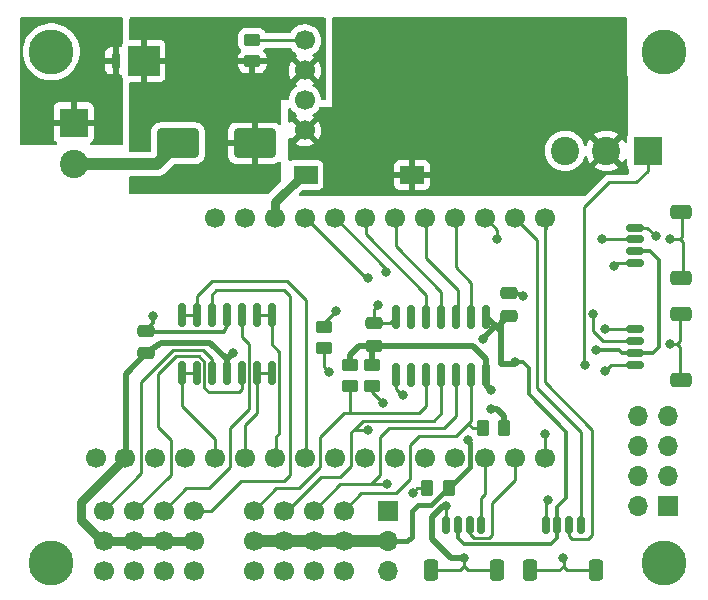
<source format=gbr>
%TF.GenerationSoftware,KiCad,Pcbnew,(6.0.8-1)-1*%
%TF.CreationDate,2022-12-25T14:42:34-06:00*%
%TF.ProjectId,M4_CAN_Feather_Carrier,4d345f43-414e-45f4-9665-61746865725f,rev?*%
%TF.SameCoordinates,Original*%
%TF.FileFunction,Copper,L1,Top*%
%TF.FilePolarity,Positive*%
%FSLAX46Y46*%
G04 Gerber Fmt 4.6, Leading zero omitted, Abs format (unit mm)*
G04 Created by KiCad (PCBNEW (6.0.8-1)-1) date 2022-12-25 14:42:34*
%MOMM*%
%LPD*%
G01*
G04 APERTURE LIST*
G04 Aperture macros list*
%AMRoundRect*
0 Rectangle with rounded corners*
0 $1 Rounding radius*
0 $2 $3 $4 $5 $6 $7 $8 $9 X,Y pos of 4 corners*
0 Add a 4 corners polygon primitive as box body*
4,1,4,$2,$3,$4,$5,$6,$7,$8,$9,$2,$3,0*
0 Add four circle primitives for the rounded corners*
1,1,$1+$1,$2,$3*
1,1,$1+$1,$4,$5*
1,1,$1+$1,$6,$7*
1,1,$1+$1,$8,$9*
0 Add four rect primitives between the rounded corners*
20,1,$1+$1,$2,$3,$4,$5,0*
20,1,$1+$1,$4,$5,$6,$7,0*
20,1,$1+$1,$6,$7,$8,$9,0*
20,1,$1+$1,$8,$9,$2,$3,0*%
G04 Aperture macros list end*
%TA.AperFunction,SMDPad,CuDef*%
%ADD10RoundRect,0.150000X0.625000X-0.150000X0.625000X0.150000X-0.625000X0.150000X-0.625000X-0.150000X0*%
%TD*%
%TA.AperFunction,SMDPad,CuDef*%
%ADD11RoundRect,0.250000X0.650000X-0.350000X0.650000X0.350000X-0.650000X0.350000X-0.650000X-0.350000X0*%
%TD*%
%TA.AperFunction,ComponentPad*%
%ADD12R,1.700000X1.700000*%
%TD*%
%TA.AperFunction,ComponentPad*%
%ADD13O,1.700000X1.700000*%
%TD*%
%TA.AperFunction,SMDPad,CuDef*%
%ADD14RoundRect,0.250000X1.500000X1.000000X-1.500000X1.000000X-1.500000X-1.000000X1.500000X-1.000000X0*%
%TD*%
%TA.AperFunction,ComponentPad*%
%ADD15C,3.800000*%
%TD*%
%TA.AperFunction,ComponentPad*%
%ADD16R,2.400000X2.400000*%
%TD*%
%TA.AperFunction,ComponentPad*%
%ADD17C,2.400000*%
%TD*%
%TA.AperFunction,SMDPad,CuDef*%
%ADD18R,2.670000X2.540000*%
%TD*%
%TA.AperFunction,SMDPad,CuDef*%
%ADD19R,0.760000X1.270000*%
%TD*%
%TA.AperFunction,SMDPad,CuDef*%
%ADD20RoundRect,0.150000X-0.150000X-0.625000X0.150000X-0.625000X0.150000X0.625000X-0.150000X0.625000X0*%
%TD*%
%TA.AperFunction,SMDPad,CuDef*%
%ADD21RoundRect,0.250000X-0.350000X-0.650000X0.350000X-0.650000X0.350000X0.650000X-0.350000X0.650000X0*%
%TD*%
%TA.AperFunction,SMDPad,CuDef*%
%ADD22RoundRect,0.250000X0.475000X-0.250000X0.475000X0.250000X-0.475000X0.250000X-0.475000X-0.250000X0*%
%TD*%
%TA.AperFunction,SMDPad,CuDef*%
%ADD23RoundRect,0.250000X0.450000X-0.262500X0.450000X0.262500X-0.450000X0.262500X-0.450000X-0.262500X0*%
%TD*%
%TA.AperFunction,ComponentPad*%
%ADD24C,1.700000*%
%TD*%
%TA.AperFunction,SMDPad,CuDef*%
%ADD25RoundRect,0.150000X-0.150000X0.825000X-0.150000X-0.825000X0.150000X-0.825000X0.150000X0.825000X0*%
%TD*%
%TA.AperFunction,SMDPad,CuDef*%
%ADD26RoundRect,0.250000X0.262500X0.450000X-0.262500X0.450000X-0.262500X-0.450000X0.262500X-0.450000X0*%
%TD*%
%TA.AperFunction,SMDPad,CuDef*%
%ADD27R,2.000000X1.500000*%
%TD*%
%TA.AperFunction,SMDPad,CuDef*%
%ADD28RoundRect,0.250000X-0.450000X0.262500X-0.450000X-0.262500X0.450000X-0.262500X0.450000X0.262500X0*%
%TD*%
%TA.AperFunction,SMDPad,CuDef*%
%ADD29RoundRect,0.150000X0.150000X-0.825000X0.150000X0.825000X-0.150000X0.825000X-0.150000X-0.825000X0*%
%TD*%
%TA.AperFunction,ViaPad*%
%ADD30C,0.800000*%
%TD*%
%TA.AperFunction,Conductor*%
%ADD31C,0.250000*%
%TD*%
%TA.AperFunction,Conductor*%
%ADD32C,0.350000*%
%TD*%
%TA.AperFunction,Conductor*%
%ADD33C,0.500000*%
%TD*%
%TA.AperFunction,Conductor*%
%ADD34C,1.000000*%
%TD*%
%TA.AperFunction,Conductor*%
%ADD35C,0.750000*%
%TD*%
%TA.AperFunction,Conductor*%
%ADD36C,0.400000*%
%TD*%
G04 APERTURE END LIST*
D10*
%TO.P,X3,1,GND*%
%TO.N,GND*%
X132620000Y-83796000D03*
%TO.P,X3,2,V+*%
%TO.N,+3.3V*%
X132620000Y-82796000D03*
%TO.P,X3,3,SDA*%
%TO.N,/SDA_2*%
X132620000Y-81796000D03*
%TO.P,X3,4,SCL*%
%TO.N,/SCL_2*%
X132620000Y-80796000D03*
D11*
%TO.P,X3,MP,MP*%
%TO.N,GND*%
X136495000Y-85096000D03*
X136495000Y-79496000D03*
%TD*%
D12*
%TO.P,J5,1,Pin_1*%
%TO.N,+3.3V*%
X111700000Y-104820000D03*
D13*
%TO.P,J5,2,Pin_2*%
%TO.N,VDD*%
X111700000Y-107360000D03*
%TO.P,J5,3,Pin_3*%
%TO.N,+5V*%
X111700000Y-109900000D03*
%TD*%
D14*
%TO.P,C1,1*%
%TO.N,+12V*%
X100405000Y-73660000D03*
%TO.P,C1,2*%
%TO.N,GND*%
X93905000Y-73660000D03*
%TD*%
D15*
%TO.P,H1,1,1*%
%TO.N,N/C*%
X135017000Y-109220000D03*
%TD*%
D16*
%TO.P,J2,1,Pin_1*%
%TO.N,/NEOPIXEL*%
X133675000Y-74295000D03*
D17*
%TO.P,J2,2,Pin_2*%
%TO.N,+5V*%
X130175000Y-74295000D03*
%TO.P,J2,3,Pin_3*%
%TO.N,GND*%
X126675000Y-74295000D03*
%TD*%
D18*
%TO.P,D1,1,C*%
%TO.N,+12V*%
X91001000Y-66675000D03*
D19*
%TO.P,D1,2,A*%
%TO.N,+BATT*%
X88646000Y-66675000D03*
%TD*%
D15*
%TO.P,H2,1,1*%
%TO.N,unconnected-(H2-Pad1)*%
X83185000Y-65913000D03*
%TD*%
D20*
%TO.P,X2,1,GND*%
%TO.N,GND*%
X116600000Y-105950000D03*
%TO.P,X2,2,V+*%
%TO.N,+3.3V*%
X117600000Y-105950000D03*
%TO.P,X2,3,SDA*%
%TO.N,/SDA_1*%
X118600000Y-105950000D03*
%TO.P,X2,4,SCL*%
%TO.N,/SCL_1*%
X119600000Y-105950000D03*
D21*
%TO.P,X2,MP,MP*%
%TO.N,GND*%
X115300000Y-109825000D03*
X120900000Y-109825000D03*
%TD*%
D22*
%TO.P,C4,1*%
%TO.N,+3.3V*%
X91186000Y-91440000D03*
%TO.P,C4,2*%
%TO.N,GND*%
X91186000Y-89540000D03*
%TD*%
D15*
%TO.P,H4,1,1*%
%TO.N,unconnected-(H4-Pad1)*%
X83185000Y-109220000D03*
%TD*%
%TO.P,H3,1,1*%
%TO.N,unconnected-(H3-Pad1)*%
X135017000Y-65913000D03*
%TD*%
D23*
%TO.P,R5,1*%
%TO.N,+12V*%
X100203000Y-66722000D03*
%TO.P,R5,2*%
%TO.N,Net-(R5-Pad2)*%
X100203000Y-64897000D03*
%TD*%
D24*
%TO.P,U1,1,EN*%
%TO.N,Net-(R5-Pad2)*%
X104648000Y-64936000D03*
%TO.P,U1,2,VIN*%
%TO.N,+12V*%
X104648000Y-67476000D03*
%TO.P,U1,3,GND*%
%TO.N,GND*%
X104648000Y-70016000D03*
%TO.P,U1,4,VOUT*%
%TO.N,+5V*%
X104648000Y-72556000D03*
%TD*%
D22*
%TO.P,C3,1*%
%TO.N,VDD*%
X110490000Y-90800000D03*
%TO.P,C3,2*%
%TO.N,GND*%
X110490000Y-88900000D03*
%TD*%
D24*
%TO.P,J3,1,S1*%
%TO.N,Net-(J3-Pad1)*%
X100310000Y-104775000D03*
%TO.P,J3,2,P1*%
%TO.N,VDD*%
X100310000Y-107315000D03*
%TO.P,J3,3,G1*%
%TO.N,GND*%
X100310000Y-109855000D03*
%TO.P,J3,4,S2*%
%TO.N,Net-(J3-Pad4)*%
X102850000Y-104775000D03*
%TO.P,J3,5,P2*%
%TO.N,VDD*%
X102850000Y-107315000D03*
%TO.P,J3,6,G2*%
%TO.N,GND*%
X102850000Y-109855000D03*
%TO.P,J3,7,S3*%
%TO.N,Net-(J3-Pad7)*%
X105390000Y-104775000D03*
%TO.P,J3,8,P3*%
%TO.N,VDD*%
X105390000Y-107315000D03*
%TO.P,J3,9,G3*%
%TO.N,GND*%
X105390000Y-109855000D03*
%TO.P,J3,10,S4*%
%TO.N,Net-(J3-Pad10)*%
X107930000Y-104775000D03*
%TO.P,J3,11,P4*%
%TO.N,VDD*%
X107930000Y-107315000D03*
%TO.P,J3,12,G4*%
%TO.N,GND*%
X107930000Y-109855000D03*
%TD*%
D25*
%TO.P,U3,1,VCCA*%
%TO.N,+3.3V*%
X120015000Y-88330000D03*
%TO.P,U3,2,A1*%
%TO.N,/DIO0*%
X118745000Y-88330000D03*
%TO.P,U3,3,A2*%
%TO.N,/DIO1*%
X117475000Y-88330000D03*
%TO.P,U3,4,A3*%
%TO.N,/DIO2*%
X116205000Y-88330000D03*
%TO.P,U3,5,A4*%
%TO.N,/DIO3*%
X114935000Y-88330000D03*
%TO.P,U3,6,NC*%
%TO.N,unconnected-(U3-Pad6)*%
X113665000Y-88330000D03*
%TO.P,U3,7,GND*%
%TO.N,GND*%
X112395000Y-88330000D03*
%TO.P,U3,8,OE*%
%TO.N,/LS_OE*%
X112395000Y-93280000D03*
%TO.P,U3,9,NC*%
%TO.N,unconnected-(U3-Pad9)*%
X113665000Y-93280000D03*
%TO.P,U3,10,B4*%
%TO.N,Net-(J3-Pad1)*%
X114935000Y-93280000D03*
%TO.P,U3,11,B3*%
%TO.N,Net-(J3-Pad4)*%
X116205000Y-93280000D03*
%TO.P,U3,12,B2*%
%TO.N,Net-(J3-Pad7)*%
X117475000Y-93280000D03*
%TO.P,U3,13,B1*%
%TO.N,Net-(J3-Pad10)*%
X118745000Y-93280000D03*
%TO.P,U3,14,VCCB*%
%TO.N,VDD*%
X120015000Y-93280000D03*
%TD*%
D22*
%TO.P,C2,1*%
%TO.N,+3.3V*%
X121920000Y-88265000D03*
%TO.P,C2,2*%
%TO.N,GND*%
X121920000Y-86365000D03*
%TD*%
D26*
%TO.P,R2,1*%
%TO.N,VDD*%
X116840000Y-102870000D03*
%TO.P,R2,2*%
%TO.N,Net-(J3-Pad7)*%
X115015000Y-102870000D03*
%TD*%
D10*
%TO.P,X4,1,GND*%
%TO.N,GND*%
X132620000Y-92426000D03*
%TO.P,X4,2,V+*%
%TO.N,+3.3V*%
X132620000Y-91426000D03*
%TO.P,X4,3,SDA*%
%TO.N,/SDA_3*%
X132620000Y-90426000D03*
%TO.P,X4,4,SCL*%
%TO.N,/SCL_3*%
X132620000Y-89426000D03*
D11*
%TO.P,X4,MP,MP*%
%TO.N,GND*%
X136495000Y-88126000D03*
X136495000Y-93726000D03*
%TD*%
D27*
%TO.P,SW1,1,A*%
%TO.N,Net-(SW1-Pad1)*%
X104720000Y-76327000D03*
%TO.P,SW1,2,B*%
%TO.N,+5V*%
X113720000Y-76327000D03*
%TD*%
D24*
%TO.P,J7,1,S1*%
%TO.N,Net-(J7-Pad1)*%
X87630000Y-104775000D03*
%TO.P,J7,2,P1*%
%TO.N,+3.3V*%
X87630000Y-107315000D03*
%TO.P,J7,3,G1*%
%TO.N,GND*%
X87630000Y-109855000D03*
%TO.P,J7,4,S2*%
%TO.N,Net-(J7-Pad4)*%
X90170000Y-104775000D03*
%TO.P,J7,5,P2*%
%TO.N,+3.3V*%
X90170000Y-107315000D03*
%TO.P,J7,6,G2*%
%TO.N,GND*%
X90170000Y-109855000D03*
%TO.P,J7,7,S3*%
%TO.N,Net-(J7-Pad7)*%
X92710000Y-104775000D03*
%TO.P,J7,8,P3*%
%TO.N,+3.3V*%
X92710000Y-107315000D03*
%TO.P,J7,9,G3*%
%TO.N,GND*%
X92710000Y-109855000D03*
%TO.P,J7,10,S4*%
%TO.N,Net-(J7-Pad10)*%
X95250000Y-104775000D03*
%TO.P,J7,11,P4*%
%TO.N,+3.3V*%
X95250000Y-107315000D03*
%TO.P,J7,12,G4*%
%TO.N,GND*%
X95250000Y-109855000D03*
%TD*%
D28*
%TO.P,R4,1*%
%TO.N,VDD*%
X108458000Y-92409000D03*
%TO.P,R4,2*%
%TO.N,Net-(J3-Pad1)*%
X108458000Y-94234000D03*
%TD*%
%TO.P,R3,1*%
%TO.N,VDD*%
X110363000Y-92409000D03*
%TO.P,R3,2*%
%TO.N,Net-(J3-Pad4)*%
X110363000Y-94234000D03*
%TD*%
D16*
%TO.P,J1,1,Pin_1*%
%TO.N,+BATT*%
X85090000Y-71910000D03*
D17*
%TO.P,J1,2,Pin_2*%
%TO.N,GND*%
X85090000Y-75410000D03*
%TD*%
D29*
%TO.P,U4,1*%
%TO.N,/A0*%
X94234000Y-93153000D03*
%TO.P,U4,2,-*%
X95504000Y-93153000D03*
%TO.P,U4,3,+*%
%TO.N,Net-(J7-Pad1)*%
X96774000Y-93153000D03*
%TO.P,U4,4,V+*%
%TO.N,+3.3V*%
X98044000Y-93153000D03*
%TO.P,U4,5,+*%
%TO.N,Net-(J7-Pad4)*%
X99314000Y-93153000D03*
%TO.P,U4,6,-*%
%TO.N,/A1*%
X100584000Y-93153000D03*
%TO.P,U4,7*%
X101854000Y-93153000D03*
%TO.P,U4,8*%
%TO.N,/A2*%
X101854000Y-88203000D03*
%TO.P,U4,9,-*%
X100584000Y-88203000D03*
%TO.P,U4,10,+*%
%TO.N,Net-(J7-Pad7)*%
X99314000Y-88203000D03*
%TO.P,U4,11,V-*%
%TO.N,GND*%
X98044000Y-88203000D03*
%TO.P,U4,12,+*%
%TO.N,Net-(J7-Pad10)*%
X96774000Y-88203000D03*
%TO.P,U4,13,-*%
%TO.N,/A3*%
X95504000Y-88203000D03*
%TO.P,U4,14*%
X94234000Y-88203000D03*
%TD*%
D24*
%TO.P,U2,1,RST*%
%TO.N,unconnected-(U2-Pad1)*%
X86930000Y-100330000D03*
%TO.P,U2,2,3V*%
%TO.N,+3.3V*%
X89440000Y-100330000D03*
%TO.P,U2,3,ARef*%
%TO.N,unconnected-(U2-Pad3)*%
X91980000Y-100330000D03*
%TO.P,U2,4,GND*%
%TO.N,GND*%
X94520000Y-100330000D03*
%TO.P,U2,5,A0*%
%TO.N,/A0*%
X97060000Y-100330000D03*
%TO.P,U2,6,A1*%
%TO.N,/A1*%
X99600000Y-100330000D03*
%TO.P,U2,7,A2*%
%TO.N,/A2*%
X102140000Y-100330000D03*
%TO.P,U2,8,A3*%
%TO.N,/A3*%
X104680000Y-100330000D03*
%TO.P,U2,9,A4*%
%TO.N,unconnected-(U2-Pad9)*%
X107220000Y-100330000D03*
%TO.P,U2,10,A5*%
%TO.N,/LS_OE*%
X109760000Y-100330000D03*
%TO.P,U2,11,SCK*%
%TO.N,/SCL_2*%
X112300000Y-100330000D03*
%TO.P,U2,12,MOSI*%
%TO.N,unconnected-(U2-Pad12)*%
X114840000Y-100330000D03*
%TO.P,U2,13,MISO*%
%TO.N,unconnected-(U2-Pad13)*%
X117380000Y-100330000D03*
%TO.P,U2,14,D0*%
%TO.N,/SCL_1*%
X119920000Y-100330000D03*
%TO.P,U2,15,D1*%
%TO.N,/SDA_1*%
X122460000Y-100330000D03*
%TO.P,U2,16,D4*%
%TO.N,/NEOPIXEL*%
X125000000Y-100330000D03*
%TO.P,U2,17,SDA*%
%TO.N,/SDA*%
X125000000Y-80010000D03*
%TO.P,U2,18,SCL*%
%TO.N,/SCL*%
X122460000Y-80010000D03*
%TO.P,U2,19,D5*%
%TO.N,/SDA_2*%
X119920000Y-80010000D03*
%TO.P,U2,20,D6*%
%TO.N,/DIO0*%
X117380000Y-80010000D03*
%TO.P,U2,21,D9*%
%TO.N,/DIO1*%
X114840000Y-80010000D03*
%TO.P,U2,22,D10*%
%TO.N,/DIO2*%
X112300000Y-80010000D03*
%TO.P,U2,23,D11*%
%TO.N,/DIO3*%
X109760000Y-80010000D03*
%TO.P,U2,24,D12*%
%TO.N,/SDA_3*%
X107220000Y-80010000D03*
%TO.P,U2,25,D13*%
%TO.N,/SCL_3*%
X104680000Y-80010000D03*
%TO.P,U2,26,VBUS*%
%TO.N,Net-(SW1-Pad1)*%
X102140000Y-80010000D03*
%TO.P,U2,27,EN*%
%TO.N,unconnected-(U2-Pad27)*%
X99600000Y-80010000D03*
%TO.P,U2,28,VBAT*%
%TO.N,unconnected-(U2-Pad28)*%
X97060000Y-80010000D03*
%TD*%
D20*
%TO.P,X1,1,GND*%
%TO.N,GND*%
X125033000Y-105950000D03*
%TO.P,X1,2,V+*%
%TO.N,+3.3V*%
X126033000Y-105950000D03*
%TO.P,X1,3,SDA*%
%TO.N,/SDA*%
X127033000Y-105950000D03*
%TO.P,X1,4,SCL*%
%TO.N,/SCL*%
X128033000Y-105950000D03*
D21*
%TO.P,X1,MP,MP*%
%TO.N,GND*%
X129333000Y-109825000D03*
X123733000Y-109825000D03*
%TD*%
D26*
%TO.P,R1,1*%
%TO.N,VDD*%
X121539000Y-97790000D03*
%TO.P,R1,2*%
%TO.N,Net-(J3-Pad10)*%
X119714000Y-97790000D03*
%TD*%
D23*
%TO.P,R6,1*%
%TO.N,/LS_OE*%
X106300000Y-91012500D03*
%TO.P,R6,2*%
%TO.N,GND*%
X106300000Y-89187500D03*
%TD*%
D12*
%TO.P,J4,1,Pin_1*%
%TO.N,VDD*%
X135375000Y-104340000D03*
D13*
%TO.P,J4,2,Pin_2*%
%TO.N,GND*%
X132835000Y-104340000D03*
%TO.P,J4,3,Pin_3*%
%TO.N,VDD*%
X135375000Y-101800000D03*
%TO.P,J4,4,Pin_4*%
%TO.N,GND*%
X132835000Y-101800000D03*
%TO.P,J4,5,Pin_5*%
%TO.N,VDD*%
X135375000Y-99260000D03*
%TO.P,J4,6,Pin_6*%
%TO.N,GND*%
X132835000Y-99260000D03*
%TO.P,J4,7,Pin_7*%
%TO.N,VDD*%
X135375000Y-96720000D03*
%TO.P,J4,8,Pin_8*%
%TO.N,GND*%
X132835000Y-96720000D03*
%TD*%
D30*
%TO.N,GND*%
X135546000Y-90678000D03*
X130810000Y-84074000D03*
X110871000Y-87376000D03*
X123100500Y-86614000D03*
X130048000Y-92964000D03*
X135546000Y-81788000D03*
X126533000Y-108800000D03*
X107300000Y-87900000D03*
X91821000Y-88265000D03*
X118100000Y-108800000D03*
X116600000Y-104394000D03*
X125263000Y-103886000D03*
%TO.N,/NEOPIXEL*%
X124968000Y-98298000D03*
X128353500Y-92456000D03*
%TO.N,+3.3V*%
X129286000Y-91186000D03*
X119700000Y-90200000D03*
X122428000Y-92202000D03*
X98600000Y-91400000D03*
%TO.N,/LS_OE*%
X106700000Y-93000000D03*
X113000000Y-95000000D03*
%TO.N,/SCL_2*%
X134366000Y-81534000D03*
%TO.N,/SDA_2*%
X129794000Y-81788000D03*
X120904000Y-81788000D03*
%TO.N,/SDA_3*%
X129032000Y-88138000D03*
X111506000Y-84582000D03*
%TO.N,/SCL_3*%
X109982000Y-85090000D03*
X130048000Y-89408000D03*
%TO.N,Net-(J3-Pad4)*%
X111252000Y-95631000D03*
X109982000Y-97917000D03*
%TO.N,Net-(J3-Pad7)*%
X113792000Y-103251000D03*
X111633000Y-102489000D03*
%TO.N,VDD*%
X120396000Y-96139000D03*
X118491000Y-98806000D03*
X120396000Y-94525500D03*
%TD*%
D31*
%TO.N,GND*%
X121920000Y-86365000D02*
X122851500Y-86365000D01*
X136144000Y-90678000D02*
X136398000Y-90424000D01*
X136398000Y-90424000D02*
X136398000Y-88223000D01*
X136398000Y-81788000D02*
X135546000Y-81788000D01*
X126559000Y-109500000D02*
X126559000Y-108826000D01*
D32*
X97790000Y-89662000D02*
X91186000Y-89662000D01*
D33*
X115400000Y-105300000D02*
X115400000Y-107200000D01*
D32*
X91821000Y-88265000D02*
X91821000Y-88905000D01*
D31*
X98044000Y-88203000D02*
X98044000Y-88579751D01*
X136600000Y-79300000D02*
X136600000Y-81586000D01*
D33*
X116600000Y-104394000D02*
X116306000Y-104394000D01*
D31*
X120900000Y-109825000D02*
X118451000Y-109825000D01*
X126500000Y-109500000D02*
X126559000Y-109500000D01*
D33*
X115400000Y-107200000D02*
X117000000Y-108800000D01*
D31*
X132620000Y-92426000D02*
X130586000Y-92426000D01*
X136600000Y-81586000D02*
X136398000Y-81788000D01*
D32*
X98044000Y-89154000D02*
X97790000Y-89662000D01*
D31*
X110490000Y-88900000D02*
X111825000Y-88900000D01*
X110490000Y-87757000D02*
X110871000Y-87376000D01*
X136144000Y-90678000D02*
X136398000Y-90932000D01*
X131088000Y-83796000D02*
X130810000Y-84074000D01*
D33*
X116306000Y-104394000D02*
X115400000Y-105300000D01*
D31*
X126559000Y-108826000D02*
X126533000Y-108800000D01*
X111825000Y-88900000D02*
X112395000Y-88330000D01*
D32*
X91821000Y-88905000D02*
X91186000Y-89540000D01*
D31*
X106300000Y-88900000D02*
X107300000Y-87900000D01*
D34*
X92155000Y-75410000D02*
X93905000Y-73660000D01*
D31*
X136398000Y-93629000D02*
X136495000Y-93726000D01*
X130586000Y-92426000D02*
X130048000Y-92964000D01*
X129333000Y-109825000D02*
X126884000Y-109825000D01*
X136144000Y-90678000D02*
X135546000Y-90678000D01*
X106300000Y-89187500D02*
X106300000Y-88900000D01*
X136652000Y-82042000D02*
X136398000Y-81788000D01*
X118451000Y-109825000D02*
X118100000Y-109474000D01*
D34*
X85090000Y-75410000D02*
X92155000Y-75410000D01*
D33*
X117000000Y-108800000D02*
X118100000Y-108800000D01*
D31*
X116600000Y-105950000D02*
X116600000Y-104394000D01*
X123733000Y-109825000D02*
X126182000Y-109825000D01*
X136398000Y-90932000D02*
X136398000Y-93629000D01*
X115300000Y-109825000D02*
X117749000Y-109825000D01*
X126182000Y-109818000D02*
X126500000Y-109500000D01*
X132620000Y-83796000D02*
X131088000Y-83796000D01*
X122851500Y-86365000D02*
X123100500Y-86614000D01*
D32*
X98044000Y-88579751D02*
X98044000Y-89154000D01*
D31*
X110490000Y-88900000D02*
X110490000Y-87757000D01*
X136398000Y-88223000D02*
X136495000Y-88126000D01*
X117749000Y-109825000D02*
X118100000Y-109474000D01*
X126559000Y-109500000D02*
X126884000Y-109825000D01*
X118100000Y-109474000D02*
X118100000Y-108800000D01*
X125033000Y-105950000D02*
X125033000Y-104116000D01*
X136652000Y-84848000D02*
X136652000Y-82042000D01*
X126182000Y-109825000D02*
X126182000Y-109818000D01*
%TO.N,/NEOPIXEL*%
X128307000Y-79084000D02*
X130429000Y-76962000D01*
X124968000Y-98298000D02*
X124968000Y-100268000D01*
X130429000Y-76962000D02*
X132715000Y-76962000D01*
X132715000Y-76962000D02*
X133675000Y-76002000D01*
X128353500Y-92456000D02*
X128307000Y-92409500D01*
X133675000Y-76002000D02*
X133675000Y-74295000D01*
X124968000Y-100268000D02*
X125030000Y-100330000D01*
X128307000Y-92409500D02*
X128307000Y-79084000D01*
D33*
%TO.N,+3.3V*%
X121285000Y-92329000D02*
X121285000Y-89600000D01*
D32*
X117600000Y-107100000D02*
X118100000Y-107600000D01*
D33*
X91186000Y-91440000D02*
X92456000Y-90551000D01*
D32*
X123600000Y-92700000D02*
X123102000Y-92202000D01*
D35*
X85725000Y-105537000D02*
X85725000Y-104045000D01*
D33*
X89470000Y-100330000D02*
X89470000Y-97220000D01*
X92456000Y-90551000D02*
X96647000Y-90551000D01*
D32*
X123102000Y-92202000D02*
X122428000Y-92202000D01*
D33*
X98052000Y-91948000D02*
X98600000Y-91400000D01*
D32*
X126033000Y-107067000D02*
X126033000Y-105950000D01*
D33*
X121285000Y-89600000D02*
X120892500Y-89207500D01*
D35*
X87503000Y-107315000D02*
X85725000Y-105537000D01*
D33*
X96647000Y-90551000D02*
X98044000Y-91948000D01*
D35*
X85725000Y-104045000D02*
X89440000Y-100330000D01*
D32*
X126800000Y-98100000D02*
X123600000Y-94900000D01*
D33*
X98044000Y-91948000D02*
X98044000Y-93153000D01*
D32*
X131507000Y-91426000D02*
X131267000Y-91186000D01*
X125500000Y-107600000D02*
X126033000Y-107067000D01*
D33*
X89470000Y-97220000D02*
X89535000Y-93218000D01*
X122301000Y-92329000D02*
X122428000Y-92202000D01*
D32*
X126033000Y-105950000D02*
X126033000Y-104467000D01*
D33*
X98044000Y-91948000D02*
X98052000Y-91948000D01*
D32*
X117600000Y-105950000D02*
X117600000Y-107100000D01*
D35*
X95250000Y-107315000D02*
X87630000Y-107315000D01*
D32*
X134112000Y-91440000D02*
X132634000Y-91440000D01*
D31*
X132634000Y-91440000D02*
X132620000Y-91426000D01*
D33*
X120692500Y-89207500D02*
X120892500Y-89207500D01*
X89535000Y-93218000D02*
X91186000Y-91440000D01*
D32*
X131267000Y-91186000D02*
X129286000Y-91186000D01*
D33*
X121285000Y-89600000D02*
X121285000Y-88900000D01*
X121285000Y-92329000D02*
X122301000Y-92329000D01*
X120892500Y-89207500D02*
X120015000Y-88330000D01*
D32*
X134620000Y-90932000D02*
X134112000Y-91440000D01*
D33*
X87630000Y-107315000D02*
X87503000Y-107315000D01*
D32*
X118100000Y-107600000D02*
X125500000Y-107600000D01*
X123600000Y-94900000D02*
X123600000Y-92700000D01*
X126800000Y-103700000D02*
X126800000Y-98100000D01*
X131507000Y-91426000D02*
X132620000Y-91426000D01*
D33*
X121285000Y-88900000D02*
X121920000Y-88265000D01*
X119700000Y-90200000D02*
X120692500Y-89207500D01*
D32*
X134620000Y-83566000D02*
X134620000Y-90932000D01*
X126033000Y-104467000D02*
X126800000Y-103700000D01*
X132620000Y-82804000D02*
X133856000Y-82804000D01*
X133858000Y-82804000D02*
X134620000Y-83566000D01*
D31*
%TO.N,/SDA*%
X125000000Y-93900000D02*
X125000000Y-80010000D01*
X125030000Y-80834000D02*
X125095000Y-80899000D01*
X127033000Y-105950000D02*
X127033000Y-106933000D01*
X129000000Y-106800000D02*
X129000000Y-97900000D01*
X129000000Y-97900000D02*
X125000000Y-93900000D01*
X127300000Y-107200000D02*
X128600000Y-107200000D01*
X127033000Y-106933000D02*
X127300000Y-107200000D01*
X125095000Y-80741000D02*
X125095000Y-80899000D01*
X125030000Y-80010000D02*
X125030000Y-80834000D01*
X128600000Y-107200000D02*
X129000000Y-106800000D01*
%TO.N,/SCL*%
X128033000Y-98133000D02*
X128033000Y-105950000D01*
X124300000Y-81850000D02*
X124300000Y-94400000D01*
X122460000Y-80010000D02*
X124300000Y-81850000D01*
X124300000Y-94400000D02*
X128033000Y-98133000D01*
%TO.N,/SDA_1*%
X120500000Y-104100000D02*
X122460000Y-102140000D01*
X120200000Y-107100000D02*
X120500000Y-106800000D01*
X119000000Y-107100000D02*
X120200000Y-107100000D01*
X122460000Y-102140000D02*
X122460000Y-100330000D01*
X120500000Y-106800000D02*
X120500000Y-104100000D01*
X118600000Y-105950000D02*
X118600000Y-106700000D01*
X118600000Y-106700000D02*
X119000000Y-107100000D01*
%TO.N,/SCL_1*%
X119600000Y-103700000D02*
X119600000Y-105950000D01*
X119920000Y-103380000D02*
X119600000Y-103700000D01*
X119920000Y-100330000D02*
X119920000Y-103380000D01*
%TO.N,/A0*%
X94234000Y-95885000D02*
X94234000Y-93153000D01*
X94234000Y-93153000D02*
X95504000Y-93153000D01*
X97060000Y-100330000D02*
X97060000Y-98711000D01*
X97060000Y-98711000D02*
X94234000Y-95885000D01*
%TO.N,/A1*%
X100584000Y-96520000D02*
X100584000Y-93153000D01*
X99600000Y-100330000D02*
X99600000Y-97504000D01*
X99600000Y-97504000D02*
X100584000Y-96520000D01*
X100584000Y-93153000D02*
X101854000Y-93153000D01*
%TO.N,/A2*%
X101854000Y-90678000D02*
X101854000Y-88203000D01*
X100584000Y-88203000D02*
X101854000Y-88203000D01*
X102489000Y-91313000D02*
X101854000Y-90678000D01*
X102170000Y-98490000D02*
X102489000Y-98171000D01*
X102489000Y-98171000D02*
X102489000Y-91313000D01*
X102170000Y-100330000D02*
X102170000Y-98490000D01*
%TO.N,/A3*%
X94234000Y-88203000D02*
X95504000Y-88203000D01*
X95504000Y-88203000D02*
X95504000Y-86614000D01*
X95504000Y-86614000D02*
X96774000Y-85344000D01*
X104710000Y-86930000D02*
X104710000Y-100330000D01*
X103124000Y-85344000D02*
X104710000Y-86930000D01*
X96774000Y-85344000D02*
X103124000Y-85344000D01*
%TO.N,Net-(J3-Pad1)*%
X102215000Y-102870000D02*
X100310000Y-104775000D01*
X105918000Y-98552000D02*
X105918000Y-101092000D01*
X108458000Y-94234000D02*
X108458000Y-96520000D01*
X105918000Y-101092000D02*
X104140000Y-102870000D01*
X114300000Y-96520000D02*
X108458000Y-96520000D01*
X114935000Y-93280000D02*
X114935000Y-95885000D01*
X108458000Y-96520000D02*
X107950000Y-96520000D01*
X107950000Y-96520000D02*
X105918000Y-98552000D01*
X104140000Y-102870000D02*
X102215000Y-102870000D01*
X114935000Y-95885000D02*
X114300000Y-96520000D01*
%TO.N,/LS_OE*%
X113000000Y-95000000D02*
X112900000Y-95000000D01*
X106300000Y-92600000D02*
X106700000Y-93000000D01*
X112900000Y-95000000D02*
X112395000Y-94495000D01*
X106300000Y-91012500D02*
X106300000Y-92600000D01*
X112395000Y-94495000D02*
X112395000Y-93280000D01*
%TO.N,/SCL_2*%
X133628000Y-80796000D02*
X132620000Y-80796000D01*
X134366000Y-81534000D02*
X133628000Y-80796000D01*
%TO.N,/SDA_2*%
X120904000Y-80964000D02*
X119950000Y-80010000D01*
X132620000Y-81796000D02*
X129802000Y-81796000D01*
X120904000Y-81788000D02*
X120904000Y-80964000D01*
X129802000Y-81796000D02*
X129794000Y-81788000D01*
%TO.N,/SDA_3*%
X129923000Y-90426000D02*
X129032000Y-89535000D01*
X129032000Y-89535000D02*
X129032000Y-88138000D01*
X132620000Y-90426000D02*
X129923000Y-90426000D01*
X111506000Y-84266000D02*
X107250000Y-80010000D01*
X111506000Y-84582000D02*
X111506000Y-84266000D01*
%TO.N,/SCL_3*%
X130048000Y-89408000D02*
X132602000Y-89408000D01*
X104710000Y-80010000D02*
X109790000Y-85090000D01*
X109790000Y-85090000D02*
X109982000Y-85090000D01*
X132602000Y-89408000D02*
X132620000Y-89426000D01*
%TO.N,/DIO0*%
X118745000Y-88330000D02*
X118745000Y-85471000D01*
X117410000Y-84136000D02*
X117410000Y-80010000D01*
X118745000Y-85471000D02*
X117410000Y-84136000D01*
%TO.N,/DIO1*%
X114870000Y-83374000D02*
X114870000Y-80010000D01*
X117602000Y-88203000D02*
X117602000Y-86106000D01*
X117602000Y-86106000D02*
X114870000Y-83374000D01*
X117475000Y-88330000D02*
X117602000Y-88203000D01*
%TO.N,/DIO2*%
X116205000Y-88330000D02*
X116205000Y-86233000D01*
X116205000Y-86233000D02*
X112330000Y-82358000D01*
X112330000Y-82358000D02*
X112330000Y-80010000D01*
%TO.N,/DIO3*%
X109790000Y-81342000D02*
X114935000Y-86487000D01*
X109790000Y-80010000D02*
X109790000Y-81342000D01*
X114935000Y-86487000D02*
X114935000Y-88330000D01*
%TO.N,Net-(J3-Pad4)*%
X110363000Y-94742000D02*
X111252000Y-95631000D01*
X108585000Y-98107500D02*
X108585000Y-100965000D01*
X109537500Y-97155000D02*
X108870750Y-97821750D01*
X109982000Y-97917000D02*
X108966000Y-97917000D01*
X105999000Y-101900000D02*
X103124000Y-104775000D01*
X103124000Y-104775000D02*
X102850000Y-104775000D01*
X115570000Y-97155000D02*
X109537500Y-97155000D01*
X108585000Y-100965000D02*
X107650000Y-101900000D01*
X116205000Y-93280000D02*
X116205000Y-96520000D01*
X108966000Y-97917000D02*
X108870750Y-97821750D01*
X110363000Y-94234000D02*
X110363000Y-94742000D01*
X107650000Y-101900000D02*
X105999000Y-101900000D01*
X116205000Y-96520000D02*
X115570000Y-97155000D01*
X108870750Y-97821750D02*
X108585000Y-98107500D01*
%TO.N,Net-(J3-Pad7)*%
X117475000Y-93280000D02*
X117475000Y-96774000D01*
X110225000Y-102500000D02*
X107665000Y-102500000D01*
X116459000Y-97790000D02*
X111760000Y-97790000D01*
X110363000Y-102489000D02*
X110299500Y-102425500D01*
X117475000Y-96774000D02*
X116459000Y-97790000D01*
X111760000Y-97790000D02*
X110998000Y-98552000D01*
X115015000Y-102870000D02*
X114173000Y-102870000D01*
X107665000Y-102500000D02*
X105390000Y-104775000D01*
X114173000Y-102870000D02*
X113792000Y-103251000D01*
X111633000Y-102489000D02*
X110363000Y-102489000D01*
X110998000Y-101727000D02*
X110299500Y-102425500D01*
X110998000Y-98552000D02*
X110998000Y-101727000D01*
X110299500Y-102425500D02*
X110225000Y-102500000D01*
%TO.N,Net-(J3-Pad10)*%
X112346000Y-103300000D02*
X113538000Y-102108000D01*
X109405000Y-103300000D02*
X112346000Y-103300000D01*
X114300000Y-98425000D02*
X117475000Y-98425000D01*
X107930000Y-104775000D02*
X109405000Y-103300000D01*
X117475000Y-98425000D02*
X118491000Y-97409000D01*
X113538000Y-102108000D02*
X113538000Y-99187000D01*
X119714000Y-97790000D02*
X118872000Y-97790000D01*
X118745000Y-97155000D02*
X118745000Y-93280000D01*
X118491000Y-97409000D02*
X118745000Y-97155000D01*
X118872000Y-97790000D02*
X118491000Y-97409000D01*
X113538000Y-99187000D02*
X114300000Y-98425000D01*
%TO.N,Net-(J7-Pad1)*%
X93472000Y-91186000D02*
X96012000Y-91186000D01*
X96774000Y-91948000D02*
X96774000Y-93153000D01*
X87630000Y-104775000D02*
X90805000Y-101600000D01*
X90805000Y-93853000D02*
X93472000Y-91186000D01*
X90805000Y-101600000D02*
X90805000Y-93853000D01*
X96012000Y-91186000D02*
X96774000Y-91948000D01*
%TO.N,Net-(J7-Pad4)*%
X96520000Y-94742000D02*
X96139000Y-94361000D01*
X99060000Y-94742000D02*
X96520000Y-94742000D01*
X92202000Y-97663000D02*
X93345000Y-98806000D01*
X99314000Y-93153000D02*
X99314000Y-94488000D01*
X93345000Y-101727000D02*
X90170000Y-104775000D01*
X95700751Y-91703000D02*
X93717000Y-91703000D01*
X96139000Y-92141249D02*
X95700751Y-91703000D01*
X92202000Y-93218000D02*
X92202000Y-97663000D01*
X96139000Y-94361000D02*
X96139000Y-92141249D01*
X93345000Y-98806000D02*
X93345000Y-101727000D01*
X93717000Y-91703000D02*
X92202000Y-93218000D01*
X99314000Y-94488000D02*
X99060000Y-94742000D01*
%TO.N,Net-(J7-Pad7)*%
X96520000Y-102870000D02*
X98298000Y-101092000D01*
X98298000Y-101092000D02*
X98298000Y-97790000D01*
X99314000Y-90043000D02*
X99314000Y-88203000D01*
X99949000Y-90678000D02*
X99314000Y-90043000D01*
X92710000Y-104775000D02*
X94615000Y-102870000D01*
X94615000Y-102870000D02*
X96520000Y-102870000D01*
X99949000Y-96139000D02*
X99949000Y-90678000D01*
X98298000Y-97790000D02*
X99949000Y-96139000D01*
%TO.N,Net-(J7-Pad10)*%
X102844718Y-102260282D02*
X99239718Y-102260282D01*
X103378000Y-86614000D02*
X103378000Y-101727000D01*
X96725000Y-104775000D02*
X95250000Y-104775000D01*
X99239718Y-102260282D02*
X96725000Y-104775000D01*
X96774000Y-88203000D02*
X96774000Y-86487000D01*
X103378000Y-101727000D02*
X102844718Y-102260282D01*
X96774000Y-86487000D02*
X97155000Y-86106000D01*
X97155000Y-86106000D02*
X102870000Y-86106000D01*
X102870000Y-86106000D02*
X103378000Y-86614000D01*
%TO.N,Net-(R5-Pad2)*%
X100242000Y-64936000D02*
X104648000Y-64936000D01*
X100203000Y-64897000D02*
X100242000Y-64936000D01*
D35*
%TO.N,Net-(SW1-Pad1)*%
X102140000Y-78657000D02*
X102140000Y-80010000D01*
D36*
X104720000Y-76327000D02*
X104470000Y-76327000D01*
D35*
X104470000Y-76327000D02*
X102140000Y-78657000D01*
D32*
%TO.N,VDD*%
X118494000Y-98806000D02*
X118491000Y-98806000D01*
D33*
X120015000Y-94144500D02*
X120396000Y-94525500D01*
D36*
X118600000Y-101110000D02*
X116840000Y-102870000D01*
X113700000Y-104800000D02*
X113700000Y-107000000D01*
D33*
X121539000Y-96774000D02*
X121539000Y-97790000D01*
D36*
X113700000Y-107000000D02*
X113340000Y-107360000D01*
X116730000Y-102870000D02*
X115300000Y-104300000D01*
X115300000Y-104300000D02*
X114200000Y-104300000D01*
D32*
X118600000Y-101100000D02*
X118600000Y-101110000D01*
D33*
X120396000Y-96139000D02*
X120904000Y-96139000D01*
X120015000Y-93280000D02*
X120015000Y-94144500D01*
X118860000Y-90800000D02*
X110490000Y-90800000D01*
D36*
X114200000Y-104300000D02*
X113700000Y-104800000D01*
D34*
X111655000Y-107315000D02*
X100310000Y-107315000D01*
D31*
X116840000Y-102870000D02*
X116730000Y-102870000D01*
D33*
X110490000Y-90800000D02*
X109225000Y-90800000D01*
D34*
X111700000Y-107360000D02*
X111655000Y-107315000D01*
D33*
X120015000Y-91955000D02*
X118860000Y-90800000D01*
X120015000Y-93280000D02*
X120015000Y-91955000D01*
D36*
X118600000Y-101100000D02*
X118630000Y-101070000D01*
D33*
X120904000Y-96139000D02*
X121539000Y-96774000D01*
D31*
X110363000Y-90927000D02*
X110490000Y-90800000D01*
D33*
X109225000Y-90800000D02*
X108458000Y-91567000D01*
D36*
X113340000Y-107360000D02*
X111700000Y-107360000D01*
D33*
X110363000Y-92409000D02*
X110363000Y-90927000D01*
D36*
X118630000Y-101070000D02*
X118630000Y-99045000D01*
D33*
X108458000Y-91567000D02*
X108458000Y-92409000D01*
%TD*%
%TA.AperFunction,Conductor*%
%TO.N,+12V*%
G36*
X106368121Y-63014502D02*
G01*
X106414614Y-63068158D01*
X106426000Y-63120500D01*
X106426000Y-69851000D01*
X106405998Y-69919121D01*
X106352342Y-69965614D01*
X106300000Y-69977000D01*
X106124016Y-69977000D01*
X106055895Y-69956998D01*
X106009402Y-69903342D01*
X105998440Y-69861325D01*
X105993276Y-69798521D01*
X105992852Y-69793361D01*
X105938431Y-69576702D01*
X105849354Y-69371840D01*
X105728014Y-69184277D01*
X105577670Y-69019051D01*
X105573619Y-69015852D01*
X105573615Y-69015848D01*
X105406414Y-68883800D01*
X105406410Y-68883798D01*
X105402359Y-68880598D01*
X105360569Y-68857529D01*
X105310598Y-68807097D01*
X105295826Y-68737654D01*
X105320942Y-68671248D01*
X105348293Y-68644642D01*
X105397247Y-68609723D01*
X105405648Y-68599023D01*
X105398660Y-68585870D01*
X104660812Y-67848022D01*
X104646868Y-67840408D01*
X104645035Y-67840539D01*
X104638420Y-67844790D01*
X103894737Y-68588473D01*
X103887977Y-68600853D01*
X103893258Y-68607907D01*
X103939969Y-68635203D01*
X103988693Y-68686841D01*
X104001764Y-68756624D01*
X103975033Y-68822396D01*
X103934584Y-68855752D01*
X103921607Y-68862507D01*
X103917474Y-68865610D01*
X103917471Y-68865612D01*
X103893247Y-68883800D01*
X103742965Y-68996635D01*
X103588629Y-69158138D01*
X103462743Y-69342680D01*
X103368688Y-69545305D01*
X103308989Y-69760570D01*
X103308440Y-69765707D01*
X103297894Y-69864389D01*
X103270766Y-69929999D01*
X103212474Y-69970527D01*
X103172607Y-69977000D01*
X102616000Y-69977000D01*
X102616000Y-71994868D01*
X102595998Y-72062989D01*
X102542342Y-72109482D01*
X102472068Y-72119586D01*
X102407488Y-72090092D01*
X102400982Y-72084041D01*
X102383171Y-72066261D01*
X102371760Y-72057249D01*
X102233757Y-71972184D01*
X102220576Y-71966037D01*
X102066290Y-71914862D01*
X102052914Y-71911995D01*
X101958562Y-71902328D01*
X101952145Y-71902000D01*
X100677115Y-71902000D01*
X100661876Y-71906475D01*
X100660671Y-71907865D01*
X100659000Y-71915548D01*
X100659000Y-75399884D01*
X100663475Y-75415123D01*
X100664865Y-75416328D01*
X100672548Y-75417999D01*
X101952095Y-75417999D01*
X101958614Y-75417662D01*
X102054206Y-75407743D01*
X102067600Y-75404851D01*
X102221784Y-75353412D01*
X102234962Y-75347239D01*
X102372807Y-75261937D01*
X102384208Y-75252901D01*
X102400827Y-75236253D01*
X102463110Y-75202174D01*
X102533930Y-75207177D01*
X102590802Y-75249674D01*
X102615671Y-75316173D01*
X102616000Y-75325271D01*
X102616000Y-76879353D01*
X102595998Y-76947474D01*
X102579101Y-76968442D01*
X101606445Y-77941097D01*
X101544135Y-77975121D01*
X101517352Y-77978000D01*
X89915000Y-77978000D01*
X89846879Y-77957998D01*
X89800386Y-77904342D01*
X89789000Y-77852000D01*
X89789000Y-76544500D01*
X89809002Y-76476379D01*
X89862658Y-76429886D01*
X89915000Y-76418500D01*
X92093157Y-76418500D01*
X92106764Y-76419237D01*
X92138262Y-76422659D01*
X92138267Y-76422659D01*
X92144388Y-76423324D01*
X92170638Y-76421027D01*
X92194388Y-76418950D01*
X92199214Y-76418621D01*
X92201686Y-76418500D01*
X92204769Y-76418500D01*
X92216738Y-76417326D01*
X92247506Y-76414310D01*
X92248819Y-76414188D01*
X92293084Y-76410315D01*
X92341413Y-76406087D01*
X92346532Y-76404600D01*
X92351833Y-76404080D01*
X92440834Y-76377209D01*
X92441967Y-76376874D01*
X92525414Y-76352630D01*
X92525418Y-76352628D01*
X92531336Y-76350909D01*
X92536068Y-76348456D01*
X92541169Y-76346916D01*
X92561619Y-76336043D01*
X92623260Y-76303269D01*
X92624426Y-76302657D01*
X92701453Y-76262729D01*
X92706926Y-76259892D01*
X92711089Y-76256569D01*
X92715796Y-76254066D01*
X92787918Y-76195245D01*
X92788774Y-76194554D01*
X92827973Y-76163262D01*
X92830477Y-76160758D01*
X92831195Y-76160116D01*
X92835528Y-76156415D01*
X92869062Y-76129065D01*
X92898288Y-76093737D01*
X92906277Y-76084958D01*
X93535830Y-75455405D01*
X93598142Y-75421379D01*
X93624925Y-75418500D01*
X95455400Y-75418500D01*
X95458646Y-75418163D01*
X95458650Y-75418163D01*
X95554308Y-75408238D01*
X95554312Y-75408237D01*
X95561166Y-75407526D01*
X95567702Y-75405345D01*
X95567704Y-75405345D01*
X95721998Y-75353868D01*
X95728946Y-75351550D01*
X95879348Y-75258478D01*
X96004305Y-75133303D01*
X96008569Y-75126385D01*
X96093275Y-74988968D01*
X96093276Y-74988966D01*
X96097115Y-74982738D01*
X96152797Y-74814861D01*
X96163500Y-74710400D01*
X96163500Y-74707095D01*
X98147001Y-74707095D01*
X98147338Y-74713614D01*
X98157257Y-74809206D01*
X98160149Y-74822600D01*
X98211588Y-74976784D01*
X98217761Y-74989962D01*
X98303063Y-75127807D01*
X98312099Y-75139208D01*
X98426829Y-75253739D01*
X98438240Y-75262751D01*
X98576243Y-75347816D01*
X98589424Y-75353963D01*
X98743710Y-75405138D01*
X98757086Y-75408005D01*
X98851438Y-75417672D01*
X98857854Y-75418000D01*
X100132885Y-75418000D01*
X100148124Y-75413525D01*
X100149329Y-75412135D01*
X100151000Y-75404452D01*
X100151000Y-73932115D01*
X100146525Y-73916876D01*
X100145135Y-73915671D01*
X100137452Y-73914000D01*
X98165116Y-73914000D01*
X98149877Y-73918475D01*
X98148672Y-73919865D01*
X98147001Y-73927548D01*
X98147001Y-74707095D01*
X96163500Y-74707095D01*
X96163500Y-73387885D01*
X98147000Y-73387885D01*
X98151475Y-73403124D01*
X98152865Y-73404329D01*
X98160548Y-73406000D01*
X100132885Y-73406000D01*
X100148124Y-73401525D01*
X100149329Y-73400135D01*
X100151000Y-73392452D01*
X100151000Y-71920116D01*
X100146525Y-71904877D01*
X100145135Y-71903672D01*
X100137452Y-71902001D01*
X98857905Y-71902001D01*
X98851386Y-71902338D01*
X98755794Y-71912257D01*
X98742400Y-71915149D01*
X98588216Y-71966588D01*
X98575038Y-71972761D01*
X98437193Y-72058063D01*
X98425792Y-72067099D01*
X98311261Y-72181829D01*
X98302249Y-72193240D01*
X98217184Y-72331243D01*
X98211037Y-72344424D01*
X98159862Y-72498710D01*
X98156995Y-72512086D01*
X98147328Y-72606438D01*
X98147000Y-72612855D01*
X98147000Y-73387885D01*
X96163500Y-73387885D01*
X96163500Y-72609600D01*
X96154483Y-72522695D01*
X96153238Y-72510692D01*
X96153237Y-72510688D01*
X96152526Y-72503834D01*
X96096550Y-72336054D01*
X96003478Y-72185652D01*
X95878303Y-72060695D01*
X95872072Y-72056854D01*
X95733968Y-71971725D01*
X95733966Y-71971724D01*
X95727738Y-71967885D01*
X95647995Y-71941436D01*
X95566389Y-71914368D01*
X95566387Y-71914368D01*
X95559861Y-71912203D01*
X95553025Y-71911503D01*
X95553022Y-71911502D01*
X95509969Y-71907091D01*
X95455400Y-71901500D01*
X92354600Y-71901500D01*
X92351354Y-71901837D01*
X92351350Y-71901837D01*
X92255692Y-71911762D01*
X92255688Y-71911763D01*
X92248834Y-71912474D01*
X92242298Y-71914655D01*
X92242296Y-71914655D01*
X92225928Y-71920116D01*
X92081054Y-71968450D01*
X91930652Y-72061522D01*
X91805695Y-72186697D01*
X91712885Y-72337262D01*
X91657203Y-72505139D01*
X91646500Y-72609600D01*
X91646500Y-74275500D01*
X91626498Y-74343621D01*
X91572842Y-74390114D01*
X91520500Y-74401500D01*
X89915000Y-74401500D01*
X89846879Y-74381498D01*
X89800386Y-74327842D01*
X89789000Y-74275500D01*
X89789000Y-68579000D01*
X89809002Y-68510879D01*
X89862658Y-68464386D01*
X89915000Y-68453000D01*
X90728885Y-68453000D01*
X90744124Y-68448525D01*
X90745329Y-68447135D01*
X90747000Y-68439452D01*
X90747000Y-68434884D01*
X91255000Y-68434884D01*
X91259475Y-68450123D01*
X91260865Y-68451328D01*
X91268548Y-68452999D01*
X92380669Y-68452999D01*
X92387490Y-68452629D01*
X92438352Y-68447105D01*
X92453604Y-68443479D01*
X92574054Y-68398324D01*
X92589649Y-68389786D01*
X92691724Y-68313285D01*
X92704285Y-68300724D01*
X92780786Y-68198649D01*
X92789324Y-68183054D01*
X92834478Y-68062606D01*
X92838105Y-68047351D01*
X92843631Y-67996486D01*
X92844000Y-67989672D01*
X92844000Y-67031595D01*
X98995001Y-67031595D01*
X98995338Y-67038114D01*
X99005257Y-67133706D01*
X99008149Y-67147100D01*
X99059588Y-67301284D01*
X99065761Y-67314462D01*
X99151063Y-67452307D01*
X99160099Y-67463708D01*
X99274829Y-67578239D01*
X99286240Y-67587251D01*
X99424243Y-67672316D01*
X99437424Y-67678463D01*
X99591710Y-67729638D01*
X99605086Y-67732505D01*
X99699438Y-67742172D01*
X99705854Y-67742500D01*
X99930885Y-67742500D01*
X99946124Y-67738025D01*
X99947329Y-67736635D01*
X99949000Y-67728952D01*
X99949000Y-67724384D01*
X100457000Y-67724384D01*
X100461475Y-67739623D01*
X100462865Y-67740828D01*
X100470548Y-67742499D01*
X100700095Y-67742499D01*
X100706614Y-67742162D01*
X100802206Y-67732243D01*
X100815600Y-67729351D01*
X100969784Y-67677912D01*
X100982962Y-67671739D01*
X101120807Y-67586437D01*
X101132208Y-67577401D01*
X101246739Y-67462671D01*
X101255751Y-67451260D01*
X101257845Y-67447863D01*
X103286050Y-67447863D01*
X103298309Y-67660477D01*
X103299745Y-67670697D01*
X103346565Y-67878446D01*
X103349645Y-67888275D01*
X103429770Y-68085603D01*
X103434413Y-68094794D01*
X103514460Y-68225420D01*
X103524916Y-68234880D01*
X103533694Y-68231096D01*
X104275978Y-67488812D01*
X104282356Y-67477132D01*
X105012408Y-67477132D01*
X105012539Y-67478965D01*
X105016790Y-67485580D01*
X105758474Y-68227264D01*
X105770484Y-68233823D01*
X105782223Y-68224855D01*
X105813004Y-68182019D01*
X105818315Y-68173180D01*
X105912670Y-67982267D01*
X105916469Y-67972672D01*
X105978376Y-67768915D01*
X105980555Y-67758834D01*
X106008590Y-67545887D01*
X106009109Y-67539212D01*
X106010572Y-67479364D01*
X106010378Y-67472646D01*
X105992781Y-67258604D01*
X105991096Y-67248424D01*
X105939214Y-67041875D01*
X105935894Y-67032124D01*
X105850972Y-66836814D01*
X105846105Y-66827739D01*
X105781063Y-66727197D01*
X105770377Y-66717995D01*
X105760812Y-66722398D01*
X105020022Y-67463188D01*
X105012408Y-67477132D01*
X104282356Y-67477132D01*
X104283592Y-67474868D01*
X104283461Y-67473035D01*
X104279210Y-67466420D01*
X103537849Y-66725059D01*
X103526313Y-66718759D01*
X103514031Y-66728382D01*
X103466089Y-66798662D01*
X103461004Y-66807613D01*
X103371338Y-67000783D01*
X103367775Y-67010470D01*
X103310864Y-67215681D01*
X103308933Y-67225800D01*
X103286302Y-67437574D01*
X103286050Y-67447863D01*
X101257845Y-67447863D01*
X101340816Y-67313257D01*
X101346963Y-67300076D01*
X101398138Y-67145790D01*
X101401005Y-67132414D01*
X101410672Y-67038062D01*
X101411000Y-67031646D01*
X101411000Y-66994115D01*
X101406525Y-66978876D01*
X101405135Y-66977671D01*
X101397452Y-66976000D01*
X100475115Y-66976000D01*
X100459876Y-66980475D01*
X100458671Y-66981865D01*
X100457000Y-66989548D01*
X100457000Y-67724384D01*
X99949000Y-67724384D01*
X99949000Y-66994115D01*
X99944525Y-66978876D01*
X99943135Y-66977671D01*
X99935452Y-66976000D01*
X99013116Y-66976000D01*
X98997877Y-66980475D01*
X98996672Y-66981865D01*
X98995001Y-66989548D01*
X98995001Y-67031595D01*
X92844000Y-67031595D01*
X92844000Y-66947115D01*
X92839525Y-66931876D01*
X92838135Y-66930671D01*
X92830452Y-66929000D01*
X91273115Y-66929000D01*
X91257876Y-66933475D01*
X91256671Y-66934865D01*
X91255000Y-66942548D01*
X91255000Y-68434884D01*
X90747000Y-68434884D01*
X90747000Y-66402885D01*
X91255000Y-66402885D01*
X91259475Y-66418124D01*
X91260865Y-66419329D01*
X91268548Y-66421000D01*
X92825884Y-66421000D01*
X92841123Y-66416525D01*
X92842328Y-66415135D01*
X92843999Y-66407452D01*
X92843999Y-65360331D01*
X92843629Y-65353510D01*
X92838105Y-65302648D01*
X92834479Y-65287396D01*
X92805427Y-65209900D01*
X98994500Y-65209900D01*
X98994837Y-65213146D01*
X98994837Y-65213150D01*
X99002541Y-65287396D01*
X99005474Y-65315666D01*
X99061450Y-65483446D01*
X99154522Y-65633848D01*
X99159704Y-65639021D01*
X99241463Y-65720638D01*
X99275542Y-65782921D01*
X99270539Y-65853741D01*
X99241618Y-65898829D01*
X99159261Y-65981329D01*
X99150249Y-65992740D01*
X99065184Y-66130743D01*
X99059037Y-66143924D01*
X99007862Y-66298210D01*
X99004995Y-66311586D01*
X98995328Y-66405938D01*
X98995000Y-66412355D01*
X98995000Y-66449885D01*
X98999475Y-66465124D01*
X99000865Y-66466329D01*
X99008548Y-66468000D01*
X101392884Y-66468000D01*
X101408123Y-66463525D01*
X101409328Y-66462135D01*
X101410999Y-66454452D01*
X101410999Y-66412405D01*
X101410662Y-66405886D01*
X101400743Y-66310294D01*
X101397851Y-66296900D01*
X101346412Y-66142716D01*
X101340239Y-66129538D01*
X101254937Y-65991693D01*
X101245901Y-65980292D01*
X101164538Y-65899070D01*
X101130459Y-65836787D01*
X101135462Y-65765967D01*
X101164383Y-65720880D01*
X101247133Y-65637985D01*
X101247137Y-65637980D01*
X101252305Y-65632803D01*
X101256142Y-65626578D01*
X101260685Y-65620826D01*
X101262410Y-65622188D01*
X101307182Y-65581892D01*
X101361673Y-65569500D01*
X103372274Y-65569500D01*
X103440395Y-65589502D01*
X103479707Y-65629665D01*
X103547987Y-65741088D01*
X103694250Y-65909938D01*
X103866126Y-66052632D01*
X103939955Y-66095774D01*
X103988679Y-66147412D01*
X104001750Y-66217195D01*
X103975019Y-66282967D01*
X103934562Y-66316327D01*
X103926460Y-66320544D01*
X103917734Y-66326039D01*
X103897677Y-66341099D01*
X103889223Y-66352427D01*
X103895968Y-66364758D01*
X104635188Y-67103978D01*
X104649132Y-67111592D01*
X104650965Y-67111461D01*
X104657580Y-67107210D01*
X105401389Y-66363401D01*
X105408410Y-66350544D01*
X105401611Y-66341213D01*
X105397559Y-66338521D01*
X105360602Y-66318120D01*
X105310631Y-66267687D01*
X105295859Y-66198245D01*
X105320975Y-66131839D01*
X105348327Y-66105232D01*
X105371797Y-66088491D01*
X105527860Y-65977173D01*
X105686096Y-65819489D01*
X105816453Y-65638077D01*
X105820611Y-65629665D01*
X105913136Y-65442453D01*
X105913137Y-65442451D01*
X105915430Y-65437811D01*
X105980370Y-65224069D01*
X106009529Y-65002590D01*
X106009611Y-64999240D01*
X106011074Y-64939365D01*
X106011074Y-64939361D01*
X106011156Y-64936000D01*
X105992852Y-64713361D01*
X105938431Y-64496702D01*
X105849354Y-64291840D01*
X105728014Y-64104277D01*
X105577670Y-63939051D01*
X105573619Y-63935852D01*
X105573615Y-63935848D01*
X105406414Y-63803800D01*
X105406410Y-63803798D01*
X105402359Y-63800598D01*
X105206789Y-63692638D01*
X105201920Y-63690914D01*
X105201916Y-63690912D01*
X105001087Y-63619795D01*
X105001083Y-63619794D01*
X104996212Y-63618069D01*
X104991119Y-63617162D01*
X104991116Y-63617161D01*
X104781373Y-63579800D01*
X104781367Y-63579799D01*
X104776284Y-63578894D01*
X104702452Y-63577992D01*
X104558081Y-63576228D01*
X104558079Y-63576228D01*
X104552911Y-63576165D01*
X104332091Y-63609955D01*
X104119756Y-63679357D01*
X103921607Y-63782507D01*
X103917474Y-63785610D01*
X103917471Y-63785612D01*
X103747100Y-63913530D01*
X103742965Y-63916635D01*
X103588629Y-64078138D01*
X103585715Y-64082410D01*
X103585714Y-64082411D01*
X103473095Y-64247504D01*
X103418184Y-64292507D01*
X103369007Y-64302500D01*
X101409768Y-64302500D01*
X101341647Y-64282498D01*
X101302624Y-64242803D01*
X101255332Y-64166380D01*
X101251478Y-64160152D01*
X101126303Y-64035195D01*
X101120072Y-64031354D01*
X100981968Y-63946225D01*
X100981966Y-63946224D01*
X100975738Y-63942385D01*
X100815254Y-63889155D01*
X100814389Y-63888868D01*
X100814387Y-63888868D01*
X100807861Y-63886703D01*
X100801025Y-63886003D01*
X100801022Y-63886002D01*
X100757969Y-63881591D01*
X100703400Y-63876000D01*
X99702600Y-63876000D01*
X99699354Y-63876337D01*
X99699350Y-63876337D01*
X99603692Y-63886262D01*
X99603688Y-63886263D01*
X99596834Y-63886974D01*
X99590298Y-63889155D01*
X99590296Y-63889155D01*
X99517236Y-63913530D01*
X99429054Y-63942950D01*
X99278652Y-64036022D01*
X99153695Y-64161197D01*
X99149855Y-64167427D01*
X99149854Y-64167428D01*
X99078924Y-64282498D01*
X99060885Y-64311762D01*
X99005203Y-64479639D01*
X99004503Y-64486475D01*
X99004502Y-64486478D01*
X99000091Y-64529531D01*
X98994500Y-64584100D01*
X98994500Y-65209900D01*
X92805427Y-65209900D01*
X92789324Y-65166946D01*
X92780786Y-65151351D01*
X92704285Y-65049276D01*
X92691724Y-65036715D01*
X92589649Y-64960214D01*
X92574054Y-64951676D01*
X92453606Y-64906522D01*
X92438351Y-64902895D01*
X92387486Y-64897369D01*
X92380672Y-64897000D01*
X91273115Y-64897000D01*
X91257876Y-64901475D01*
X91256671Y-64902865D01*
X91255000Y-64910548D01*
X91255000Y-66402885D01*
X90747000Y-66402885D01*
X90747000Y-64915116D01*
X90742525Y-64899877D01*
X90741135Y-64898672D01*
X90733452Y-64897001D01*
X89915000Y-64897001D01*
X89846879Y-64876999D01*
X89800386Y-64823343D01*
X89789000Y-64771001D01*
X89789000Y-63120500D01*
X89809002Y-63052379D01*
X89862658Y-63005886D01*
X89915000Y-62994500D01*
X106300000Y-62994500D01*
X106368121Y-63014502D01*
G37*
%TD.AperFunction*%
%TD*%
%TA.AperFunction,Conductor*%
%TO.N,+BATT*%
G36*
X89223121Y-63014502D02*
G01*
X89269614Y-63068158D01*
X89281000Y-63120500D01*
X89281000Y-65028770D01*
X89260998Y-65096891D01*
X89255828Y-65104332D01*
X89215385Y-65158295D01*
X89164255Y-65294684D01*
X89157500Y-65356866D01*
X89157500Y-65406000D01*
X89137498Y-65474121D01*
X89083842Y-65520614D01*
X89031500Y-65532000D01*
X88918115Y-65532000D01*
X88902876Y-65536475D01*
X88901671Y-65537865D01*
X88900000Y-65545548D01*
X88900000Y-67799884D01*
X88904475Y-67815123D01*
X88905865Y-67816328D01*
X88913548Y-67817999D01*
X89031500Y-67817999D01*
X89099621Y-67838001D01*
X89146114Y-67891657D01*
X89157500Y-67943999D01*
X89157500Y-67993134D01*
X89164255Y-68055316D01*
X89215385Y-68191705D01*
X89255826Y-68245665D01*
X89280674Y-68312171D01*
X89281000Y-68321230D01*
X89281000Y-73661000D01*
X89260998Y-73729121D01*
X89207342Y-73775614D01*
X89155000Y-73787000D01*
X86612023Y-73787000D01*
X86543902Y-73766998D01*
X86497409Y-73713342D01*
X86487305Y-73643068D01*
X86516799Y-73578488D01*
X86537906Y-73562099D01*
X86536462Y-73560172D01*
X86645724Y-73478285D01*
X86658285Y-73465724D01*
X86734786Y-73363649D01*
X86743324Y-73348054D01*
X86788478Y-73227606D01*
X86792105Y-73212351D01*
X86797631Y-73161486D01*
X86798000Y-73154672D01*
X86798000Y-72182115D01*
X86793525Y-72166876D01*
X86792135Y-72165671D01*
X86784452Y-72164000D01*
X83400116Y-72164000D01*
X83384877Y-72168475D01*
X83383672Y-72169865D01*
X83382001Y-72177548D01*
X83382001Y-73154669D01*
X83382371Y-73161490D01*
X83387895Y-73212352D01*
X83391521Y-73227604D01*
X83436676Y-73348054D01*
X83445214Y-73363649D01*
X83521715Y-73465724D01*
X83534276Y-73478285D01*
X83643538Y-73560172D01*
X83640888Y-73563708D01*
X83676310Y-73596657D01*
X83693899Y-73665440D01*
X83671508Y-73732814D01*
X83616248Y-73777387D01*
X83567977Y-73787000D01*
X80644500Y-73787000D01*
X80576379Y-73766998D01*
X80529886Y-73713342D01*
X80518500Y-73661000D01*
X80518500Y-71637885D01*
X83382000Y-71637885D01*
X83386475Y-71653124D01*
X83387865Y-71654329D01*
X83395548Y-71656000D01*
X84817885Y-71656000D01*
X84833124Y-71651525D01*
X84834329Y-71650135D01*
X84836000Y-71642452D01*
X84836000Y-71637885D01*
X85344000Y-71637885D01*
X85348475Y-71653124D01*
X85349865Y-71654329D01*
X85357548Y-71656000D01*
X86779884Y-71656000D01*
X86795123Y-71651525D01*
X86796328Y-71650135D01*
X86797999Y-71642452D01*
X86797999Y-70665331D01*
X86797629Y-70658510D01*
X86792105Y-70607648D01*
X86788479Y-70592396D01*
X86743324Y-70471946D01*
X86734786Y-70456351D01*
X86658285Y-70354276D01*
X86645724Y-70341715D01*
X86543649Y-70265214D01*
X86528054Y-70256676D01*
X86407606Y-70211522D01*
X86392351Y-70207895D01*
X86341486Y-70202369D01*
X86334672Y-70202000D01*
X85362115Y-70202000D01*
X85346876Y-70206475D01*
X85345671Y-70207865D01*
X85344000Y-70215548D01*
X85344000Y-71637885D01*
X84836000Y-71637885D01*
X84836000Y-70220116D01*
X84831525Y-70204877D01*
X84830135Y-70203672D01*
X84822452Y-70202001D01*
X83845331Y-70202001D01*
X83838510Y-70202371D01*
X83787648Y-70207895D01*
X83772396Y-70211521D01*
X83651946Y-70256676D01*
X83636351Y-70265214D01*
X83534276Y-70341715D01*
X83521715Y-70354276D01*
X83445214Y-70456351D01*
X83436676Y-70471946D01*
X83391522Y-70592394D01*
X83387895Y-70607649D01*
X83382369Y-70658514D01*
X83382000Y-70665328D01*
X83382000Y-71637885D01*
X80518500Y-71637885D01*
X80518500Y-65913000D01*
X80771738Y-65913000D01*
X80790767Y-66215462D01*
X80847555Y-66513154D01*
X80941206Y-66801381D01*
X81070242Y-67075598D01*
X81232630Y-67331480D01*
X81235149Y-67334525D01*
X81235152Y-67334529D01*
X81257456Y-67361490D01*
X81425808Y-67564992D01*
X81646729Y-67772450D01*
X81891910Y-67950584D01*
X81895379Y-67952491D01*
X81895382Y-67952493D01*
X82082415Y-68055316D01*
X82157483Y-68096585D01*
X82161152Y-68098038D01*
X82161157Y-68098040D01*
X82376492Y-68183297D01*
X82439261Y-68208149D01*
X82732800Y-68283516D01*
X83033470Y-68321500D01*
X83336530Y-68321500D01*
X83637200Y-68283516D01*
X83930739Y-68208149D01*
X83993508Y-68183297D01*
X84208843Y-68098040D01*
X84208848Y-68098038D01*
X84212517Y-68096585D01*
X84287585Y-68055316D01*
X84474618Y-67952493D01*
X84474621Y-67952491D01*
X84478090Y-67950584D01*
X84723271Y-67772450D01*
X84944192Y-67564992D01*
X85112544Y-67361490D01*
X85118187Y-67354669D01*
X87758001Y-67354669D01*
X87758371Y-67361490D01*
X87763895Y-67412352D01*
X87767521Y-67427604D01*
X87812676Y-67548054D01*
X87821214Y-67563649D01*
X87897715Y-67665724D01*
X87910276Y-67678285D01*
X88012351Y-67754786D01*
X88027946Y-67763324D01*
X88148394Y-67808478D01*
X88163649Y-67812105D01*
X88214514Y-67817631D01*
X88221328Y-67818000D01*
X88373885Y-67818000D01*
X88389124Y-67813525D01*
X88390329Y-67812135D01*
X88392000Y-67804452D01*
X88392000Y-66947115D01*
X88387525Y-66931876D01*
X88386135Y-66930671D01*
X88378452Y-66929000D01*
X87776116Y-66929000D01*
X87760877Y-66933475D01*
X87759672Y-66934865D01*
X87758001Y-66942548D01*
X87758001Y-67354669D01*
X85118187Y-67354669D01*
X85134848Y-67334529D01*
X85134851Y-67334525D01*
X85137370Y-67331480D01*
X85299758Y-67075598D01*
X85428794Y-66801381D01*
X85522445Y-66513154D01*
X85543480Y-66402885D01*
X87758000Y-66402885D01*
X87762475Y-66418124D01*
X87763865Y-66419329D01*
X87771548Y-66421000D01*
X88373885Y-66421000D01*
X88389124Y-66416525D01*
X88390329Y-66415135D01*
X88392000Y-66407452D01*
X88392000Y-65550116D01*
X88387525Y-65534877D01*
X88386135Y-65533672D01*
X88378452Y-65532001D01*
X88221331Y-65532001D01*
X88214510Y-65532371D01*
X88163648Y-65537895D01*
X88148396Y-65541521D01*
X88027946Y-65586676D01*
X88012351Y-65595214D01*
X87910276Y-65671715D01*
X87897715Y-65684276D01*
X87821214Y-65786351D01*
X87812676Y-65801946D01*
X87767522Y-65922394D01*
X87763895Y-65937649D01*
X87758369Y-65988514D01*
X87758000Y-65995328D01*
X87758000Y-66402885D01*
X85543480Y-66402885D01*
X85579233Y-66215462D01*
X85598262Y-65913000D01*
X85579233Y-65610538D01*
X85522445Y-65312846D01*
X85428794Y-65024619D01*
X85299758Y-64750402D01*
X85137370Y-64494520D01*
X84944192Y-64261008D01*
X84723271Y-64053550D01*
X84478090Y-63875416D01*
X84212517Y-63729415D01*
X84208848Y-63727962D01*
X84208843Y-63727960D01*
X83934409Y-63619304D01*
X83934408Y-63619304D01*
X83930739Y-63617851D01*
X83637200Y-63542484D01*
X83336530Y-63504500D01*
X83033470Y-63504500D01*
X82732800Y-63542484D01*
X82439261Y-63617851D01*
X82435592Y-63619304D01*
X82435591Y-63619304D01*
X82161157Y-63727960D01*
X82161152Y-63727962D01*
X82157483Y-63729415D01*
X81891910Y-63875416D01*
X81646729Y-64053550D01*
X81425808Y-64261008D01*
X81232630Y-64494520D01*
X81070242Y-64750402D01*
X80941206Y-65024619D01*
X80847555Y-65312846D01*
X80790767Y-65610538D01*
X80771738Y-65913000D01*
X80518500Y-65913000D01*
X80518500Y-63120500D01*
X80538502Y-63052379D01*
X80592158Y-63005886D01*
X80644500Y-62994500D01*
X89155000Y-62994500D01*
X89223121Y-63014502D01*
G37*
%TD.AperFunction*%
%TD*%
%TA.AperFunction,Conductor*%
%TO.N,+5V*%
G36*
X131896196Y-63014502D02*
G01*
X131942689Y-63068158D01*
X131954071Y-63119441D01*
X132035399Y-72797526D01*
X132022789Y-72847697D01*
X132024385Y-72848295D01*
X131973255Y-72984684D01*
X131966500Y-73046866D01*
X131966500Y-73517433D01*
X131946498Y-73585554D01*
X131892842Y-73632047D01*
X131822568Y-73642151D01*
X131757988Y-73612657D01*
X131725099Y-73565983D01*
X131724644Y-73566200D01*
X131723371Y-73563531D01*
X131723066Y-73563098D01*
X131722631Y-73561980D01*
X131718619Y-73553567D01*
X131597284Y-73341276D01*
X131592074Y-73333553D01*
X131560787Y-73293865D01*
X131548863Y-73285395D01*
X131537328Y-73291882D01*
X130547022Y-74282188D01*
X130539408Y-74296132D01*
X130539539Y-74297965D01*
X130543790Y-74304580D01*
X131538732Y-75299522D01*
X131551112Y-75306282D01*
X131559453Y-75300038D01*
X131677700Y-75116202D01*
X131682147Y-75108011D01*
X131725618Y-75011510D01*
X131771834Y-74957616D01*
X131839850Y-74937263D01*
X131908073Y-74956913D01*
X131954842Y-75010328D01*
X131966500Y-75063261D01*
X131966500Y-75543134D01*
X131973255Y-75605316D01*
X132024385Y-75741705D01*
X132029764Y-75748882D01*
X132029765Y-75748884D01*
X132035723Y-75756833D01*
X132060572Y-75823339D01*
X132060894Y-75831330D01*
X132061577Y-75912628D01*
X132064003Y-76201442D01*
X132044573Y-76269728D01*
X131991310Y-76316670D01*
X131938007Y-76328500D01*
X130507767Y-76328500D01*
X130496584Y-76327973D01*
X130489091Y-76326298D01*
X130481165Y-76326547D01*
X130481164Y-76326547D01*
X130421014Y-76328438D01*
X130417055Y-76328500D01*
X130389144Y-76328500D01*
X130385210Y-76328997D01*
X130385209Y-76328997D01*
X130385144Y-76329005D01*
X130373307Y-76329938D01*
X130341490Y-76330938D01*
X130337029Y-76331078D01*
X130329110Y-76331327D01*
X130312877Y-76336043D01*
X130309658Y-76336978D01*
X130290306Y-76340986D01*
X130283235Y-76341880D01*
X130270203Y-76343526D01*
X130262834Y-76346443D01*
X130262832Y-76346444D01*
X130229097Y-76359800D01*
X130217869Y-76363645D01*
X130175407Y-76375982D01*
X130168585Y-76380016D01*
X130168579Y-76380019D01*
X130157968Y-76386294D01*
X130140218Y-76394990D01*
X130128756Y-76399528D01*
X130128751Y-76399531D01*
X130121383Y-76402448D01*
X130114968Y-76407109D01*
X130085625Y-76428427D01*
X130075707Y-76434943D01*
X130058002Y-76445414D01*
X130037637Y-76457458D01*
X130023313Y-76471782D01*
X130008281Y-76484621D01*
X129991893Y-76496528D01*
X129963712Y-76530593D01*
X129955722Y-76539373D01*
X128427000Y-78068095D01*
X128364688Y-78102121D01*
X128337905Y-78105000D01*
X104245647Y-78105000D01*
X104177526Y-78084998D01*
X104131033Y-78031342D01*
X104120929Y-77961068D01*
X104150423Y-77896488D01*
X104156552Y-77889905D01*
X104424052Y-77622405D01*
X104486364Y-77588379D01*
X104513147Y-77585500D01*
X105768134Y-77585500D01*
X105830316Y-77578745D01*
X105966705Y-77527615D01*
X106083261Y-77440261D01*
X106170615Y-77323705D01*
X106221745Y-77187316D01*
X106228500Y-77125134D01*
X106228500Y-77121669D01*
X112212001Y-77121669D01*
X112212371Y-77128490D01*
X112217895Y-77179352D01*
X112221521Y-77194604D01*
X112266676Y-77315054D01*
X112275214Y-77330649D01*
X112351715Y-77432724D01*
X112364276Y-77445285D01*
X112466351Y-77521786D01*
X112481946Y-77530324D01*
X112602394Y-77575478D01*
X112617649Y-77579105D01*
X112668514Y-77584631D01*
X112675328Y-77585000D01*
X113447885Y-77585000D01*
X113463124Y-77580525D01*
X113464329Y-77579135D01*
X113466000Y-77571452D01*
X113466000Y-77566884D01*
X113974000Y-77566884D01*
X113978475Y-77582123D01*
X113979865Y-77583328D01*
X113987548Y-77584999D01*
X114764669Y-77584999D01*
X114771490Y-77584629D01*
X114822352Y-77579105D01*
X114837604Y-77575479D01*
X114958054Y-77530324D01*
X114973649Y-77521786D01*
X115075724Y-77445285D01*
X115088285Y-77432724D01*
X115164786Y-77330649D01*
X115173324Y-77315054D01*
X115218478Y-77194606D01*
X115222105Y-77179351D01*
X115227631Y-77128486D01*
X115228000Y-77121672D01*
X115228000Y-76599115D01*
X115223525Y-76583876D01*
X115222135Y-76582671D01*
X115214452Y-76581000D01*
X113992115Y-76581000D01*
X113976876Y-76585475D01*
X113975671Y-76586865D01*
X113974000Y-76594548D01*
X113974000Y-77566884D01*
X113466000Y-77566884D01*
X113466000Y-76599115D01*
X113461525Y-76583876D01*
X113460135Y-76582671D01*
X113452452Y-76581000D01*
X112230116Y-76581000D01*
X112214877Y-76585475D01*
X112213672Y-76586865D01*
X112212001Y-76594548D01*
X112212001Y-77121669D01*
X106228500Y-77121669D01*
X106228500Y-76054885D01*
X112212000Y-76054885D01*
X112216475Y-76070124D01*
X112217865Y-76071329D01*
X112225548Y-76073000D01*
X113447885Y-76073000D01*
X113463124Y-76068525D01*
X113464329Y-76067135D01*
X113466000Y-76059452D01*
X113466000Y-76054885D01*
X113974000Y-76054885D01*
X113978475Y-76070124D01*
X113979865Y-76071329D01*
X113987548Y-76073000D01*
X115209884Y-76073000D01*
X115225123Y-76068525D01*
X115226328Y-76067135D01*
X115227999Y-76059452D01*
X115227999Y-75532331D01*
X115227629Y-75525510D01*
X115222105Y-75474648D01*
X115218479Y-75459396D01*
X115173324Y-75338946D01*
X115164786Y-75323351D01*
X115088285Y-75221276D01*
X115075724Y-75208715D01*
X114973649Y-75132214D01*
X114958054Y-75123676D01*
X114837606Y-75078522D01*
X114822351Y-75074895D01*
X114771486Y-75069369D01*
X114764672Y-75069000D01*
X113992115Y-75069000D01*
X113976876Y-75073475D01*
X113975671Y-75074865D01*
X113974000Y-75082548D01*
X113974000Y-76054885D01*
X113466000Y-76054885D01*
X113466000Y-75087116D01*
X113461525Y-75071877D01*
X113460135Y-75070672D01*
X113452452Y-75069001D01*
X112675331Y-75069001D01*
X112668510Y-75069371D01*
X112617648Y-75074895D01*
X112602396Y-75078521D01*
X112481946Y-75123676D01*
X112466351Y-75132214D01*
X112364276Y-75208715D01*
X112351715Y-75221276D01*
X112275214Y-75323351D01*
X112266676Y-75338946D01*
X112221522Y-75459394D01*
X112217895Y-75474649D01*
X112212369Y-75525514D01*
X112212000Y-75532328D01*
X112212000Y-76054885D01*
X106228500Y-76054885D01*
X106228500Y-75528866D01*
X106221745Y-75466684D01*
X106170615Y-75330295D01*
X106083261Y-75213739D01*
X105966705Y-75126385D01*
X105830316Y-75075255D01*
X105768134Y-75068500D01*
X103671866Y-75068500D01*
X103609684Y-75075255D01*
X103473295Y-75126385D01*
X103453974Y-75140865D01*
X103452564Y-75141922D01*
X103386058Y-75166769D01*
X103316675Y-75151716D01*
X103266446Y-75101541D01*
X103251000Y-75041095D01*
X103251000Y-74250151D01*
X124962296Y-74250151D01*
X124962520Y-74254817D01*
X124962520Y-74254822D01*
X124965066Y-74307812D01*
X124974480Y-74503798D01*
X125024021Y-74752857D01*
X125025600Y-74757255D01*
X125025602Y-74757262D01*
X125068404Y-74876474D01*
X125109831Y-74991858D01*
X125112048Y-74995984D01*
X125227666Y-75211160D01*
X125230025Y-75215551D01*
X125232820Y-75219294D01*
X125232822Y-75219297D01*
X125379171Y-75415282D01*
X125379176Y-75415288D01*
X125381963Y-75419020D01*
X125385272Y-75422300D01*
X125385277Y-75422306D01*
X125558990Y-75594509D01*
X125562307Y-75597797D01*
X125566069Y-75600555D01*
X125566072Y-75600558D01*
X125641912Y-75656166D01*
X125767094Y-75747953D01*
X125771229Y-75750129D01*
X125771233Y-75750131D01*
X125888447Y-75811800D01*
X125991827Y-75866191D01*
X126124803Y-75912628D01*
X126225764Y-75947885D01*
X126231568Y-75949912D01*
X126481050Y-75997278D01*
X126601532Y-76002011D01*
X126730125Y-76007064D01*
X126730130Y-76007064D01*
X126734793Y-76007247D01*
X126825821Y-75997278D01*
X126982569Y-75980112D01*
X126982575Y-75980111D01*
X126987222Y-75979602D01*
X127096680Y-75950784D01*
X127228273Y-75916138D01*
X127232793Y-75914948D01*
X127446021Y-75823339D01*
X127461807Y-75816557D01*
X127461810Y-75816555D01*
X127466110Y-75814708D01*
X127470090Y-75812245D01*
X127470094Y-75812243D01*
X127678064Y-75683547D01*
X127678066Y-75683545D01*
X127682047Y-75681082D01*
X127697076Y-75668359D01*
X129166386Y-75668359D01*
X129175099Y-75679879D01*
X129263586Y-75744760D01*
X129271505Y-75749708D01*
X129487877Y-75863547D01*
X129496451Y-75867275D01*
X129727282Y-75947885D01*
X129736291Y-75950299D01*
X129976518Y-75995908D01*
X129985775Y-75996962D01*
X130230107Y-76006563D01*
X130239420Y-76006237D01*
X130482478Y-75979618D01*
X130491655Y-75977917D01*
X130728107Y-75915665D01*
X130736926Y-75912628D01*
X130961584Y-75816107D01*
X130969856Y-75811800D01*
X131177777Y-75683135D01*
X131179620Y-75681796D01*
X131187038Y-75670541D01*
X131180974Y-75660184D01*
X130187812Y-74667022D01*
X130173868Y-74659408D01*
X130172035Y-74659539D01*
X130165420Y-74663790D01*
X129173044Y-75656166D01*
X129166386Y-75668359D01*
X127697076Y-75668359D01*
X127780826Y-75597460D01*
X127872289Y-75520031D01*
X127872291Y-75520029D01*
X127875862Y-75517006D01*
X128043295Y-75326084D01*
X128057686Y-75303712D01*
X128168281Y-75131771D01*
X128180669Y-75112512D01*
X128284967Y-74880980D01*
X128303762Y-74814338D01*
X128341504Y-74754204D01*
X128405765Y-74724022D01*
X128476143Y-74733373D01*
X128530294Y-74779288D01*
X128543619Y-74805963D01*
X128608706Y-74987246D01*
X128612505Y-74995778D01*
X128728234Y-75211160D01*
X128733245Y-75219027D01*
X128790173Y-75295263D01*
X128801431Y-75303712D01*
X128813850Y-75296940D01*
X129802978Y-74307812D01*
X129810592Y-74293868D01*
X129810461Y-74292035D01*
X129806210Y-74285420D01*
X128811828Y-73291038D01*
X128798520Y-73283771D01*
X128788481Y-73290893D01*
X128783581Y-73296784D01*
X128778168Y-73304373D01*
X128651322Y-73513409D01*
X128647084Y-73521726D01*
X128552529Y-73747214D01*
X128549573Y-73756050D01*
X128547328Y-73764888D01*
X128511172Y-73825989D01*
X128447722Y-73857843D01*
X128377124Y-73850336D01*
X128321790Y-73805853D01*
X128307772Y-73779538D01*
X128223084Y-73561762D01*
X128223083Y-73561760D01*
X128221391Y-73557409D01*
X128198543Y-73517433D01*
X128097702Y-73340997D01*
X128097700Y-73340995D01*
X128095383Y-73336940D01*
X127938171Y-73137517D01*
X127753209Y-72963523D01*
X127697376Y-72924790D01*
X127690352Y-72919917D01*
X129164330Y-72919917D01*
X129168903Y-72929693D01*
X130162188Y-73922978D01*
X130176132Y-73930592D01*
X130177965Y-73930461D01*
X130184580Y-73926210D01*
X131177488Y-72933302D01*
X131183872Y-72921612D01*
X131174460Y-72909502D01*
X131048144Y-72821873D01*
X131040116Y-72817145D01*
X130820810Y-72708995D01*
X130812177Y-72705507D01*
X130579288Y-72630958D01*
X130570238Y-72628785D01*
X130328891Y-72589480D01*
X130319602Y-72588668D01*
X130075114Y-72585467D01*
X130065803Y-72586037D01*
X129823522Y-72619010D01*
X129814403Y-72620948D01*
X129579668Y-72689367D01*
X129570915Y-72692639D01*
X129348869Y-72795004D01*
X129340714Y-72799524D01*
X129173468Y-72909175D01*
X129164330Y-72919917D01*
X127690352Y-72919917D01*
X127548393Y-72821437D01*
X127548390Y-72821435D01*
X127544561Y-72818779D01*
X127540384Y-72816719D01*
X127540377Y-72816715D01*
X127320996Y-72708528D01*
X127320992Y-72708527D01*
X127316810Y-72706464D01*
X127074960Y-72629047D01*
X127070355Y-72628297D01*
X126828935Y-72588980D01*
X126828934Y-72588980D01*
X126824323Y-72588229D01*
X126697365Y-72586567D01*
X126575083Y-72584966D01*
X126575080Y-72584966D01*
X126570406Y-72584905D01*
X126318787Y-72619149D01*
X126314301Y-72620457D01*
X126314299Y-72620457D01*
X126295670Y-72625887D01*
X126074993Y-72690208D01*
X126070740Y-72692168D01*
X126070739Y-72692169D01*
X126042818Y-72705041D01*
X125844380Y-72796522D01*
X125840471Y-72799085D01*
X125635928Y-72933189D01*
X125635923Y-72933193D01*
X125632015Y-72935755D01*
X125442562Y-73104848D01*
X125280183Y-73300087D01*
X125148447Y-73517182D01*
X125146638Y-73521496D01*
X125146637Y-73521498D01*
X125076095Y-73689723D01*
X125050246Y-73751365D01*
X125049095Y-73755897D01*
X125049094Y-73755900D01*
X125025110Y-73850336D01*
X124987738Y-73997490D01*
X124962296Y-74250151D01*
X103251000Y-74250151D01*
X103251000Y-73680853D01*
X103887977Y-73680853D01*
X103893258Y-73687907D01*
X104054756Y-73782279D01*
X104064042Y-73786729D01*
X104263001Y-73862703D01*
X104272899Y-73865579D01*
X104481595Y-73908038D01*
X104491823Y-73909257D01*
X104704650Y-73917062D01*
X104714936Y-73916595D01*
X104926185Y-73889534D01*
X104936262Y-73887392D01*
X105140255Y-73826191D01*
X105149842Y-73822433D01*
X105341098Y-73728738D01*
X105349944Y-73723465D01*
X105397247Y-73689723D01*
X105405648Y-73679023D01*
X105398660Y-73665870D01*
X104660812Y-72928022D01*
X104646868Y-72920408D01*
X104645035Y-72920539D01*
X104638420Y-72924790D01*
X103894737Y-73668473D01*
X103887977Y-73680853D01*
X103251000Y-73680853D01*
X103251000Y-73322255D01*
X103271002Y-73254134D01*
X103324658Y-73207641D01*
X103394932Y-73197537D01*
X103459512Y-73227031D01*
X103484433Y-73256420D01*
X103514460Y-73305420D01*
X103524916Y-73314880D01*
X103533694Y-73311096D01*
X104275978Y-72568812D01*
X104282356Y-72557132D01*
X105012408Y-72557132D01*
X105012539Y-72558965D01*
X105016790Y-72565580D01*
X105758474Y-73307264D01*
X105770484Y-73313823D01*
X105782223Y-73304855D01*
X105813004Y-73262019D01*
X105818315Y-73253180D01*
X105912670Y-73062267D01*
X105916469Y-73052672D01*
X105978376Y-72848915D01*
X105980555Y-72838834D01*
X106008590Y-72625887D01*
X106009109Y-72619212D01*
X106010572Y-72559364D01*
X106010378Y-72552646D01*
X105992781Y-72338604D01*
X105991096Y-72328424D01*
X105939214Y-72121875D01*
X105935894Y-72112124D01*
X105850972Y-71916814D01*
X105846105Y-71907739D01*
X105781063Y-71807197D01*
X105770377Y-71797995D01*
X105760812Y-71802398D01*
X105020022Y-72543188D01*
X105012408Y-72557132D01*
X104282356Y-72557132D01*
X104283592Y-72554868D01*
X104283461Y-72553035D01*
X104279210Y-72546420D01*
X103537849Y-71805059D01*
X103526313Y-71798759D01*
X103514031Y-71808382D01*
X103481089Y-71856673D01*
X103426177Y-71901676D01*
X103355653Y-71909847D01*
X103291906Y-71878593D01*
X103255175Y-71817836D01*
X103251000Y-71785669D01*
X103251000Y-70783212D01*
X103271002Y-70715091D01*
X103324658Y-70668598D01*
X103394932Y-70658494D01*
X103459512Y-70687988D01*
X103484433Y-70717377D01*
X103547987Y-70821088D01*
X103694250Y-70989938D01*
X103866126Y-71132632D01*
X103939955Y-71175774D01*
X103988679Y-71227412D01*
X104001750Y-71297195D01*
X103975019Y-71362967D01*
X103934562Y-71396327D01*
X103926460Y-71400544D01*
X103917734Y-71406039D01*
X103897677Y-71421099D01*
X103889223Y-71432427D01*
X103895968Y-71444758D01*
X104635188Y-72183978D01*
X104649132Y-72191592D01*
X104650965Y-72191461D01*
X104657580Y-72187210D01*
X105401389Y-71443401D01*
X105408410Y-71430544D01*
X105401611Y-71421213D01*
X105397559Y-71418521D01*
X105360602Y-71398120D01*
X105310631Y-71347687D01*
X105295859Y-71278245D01*
X105320975Y-71211839D01*
X105348327Y-71185232D01*
X105371797Y-71168491D01*
X105527860Y-71057173D01*
X105686096Y-70899489D01*
X105816453Y-70718077D01*
X105818741Y-70713448D01*
X105818745Y-70713441D01*
X105834199Y-70682173D01*
X105882313Y-70629966D01*
X105947156Y-70612000D01*
X106934000Y-70612000D01*
X106934000Y-63120500D01*
X106954002Y-63052379D01*
X107007658Y-63005886D01*
X107060000Y-62994500D01*
X131828075Y-62994500D01*
X131896196Y-63014502D01*
G37*
%TD.AperFunction*%
%TD*%
M02*

</source>
